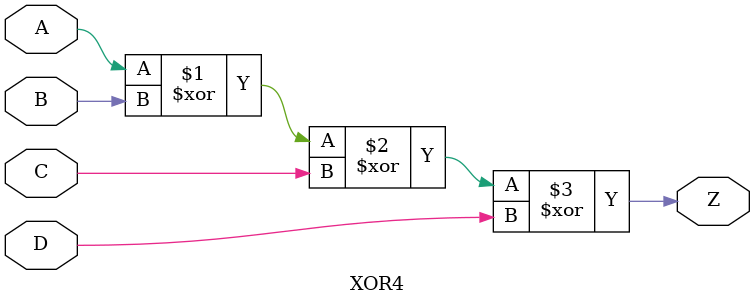
<source format=v>
`resetall
`timescale 1 ns / 1 ps

`celldefine

module XOR4 (A, B, C, D, Z);
  input A, B, C, D;
  output Z;

  xor (Z, A, B, C, D);


endmodule 

`endcelldefine

</source>
